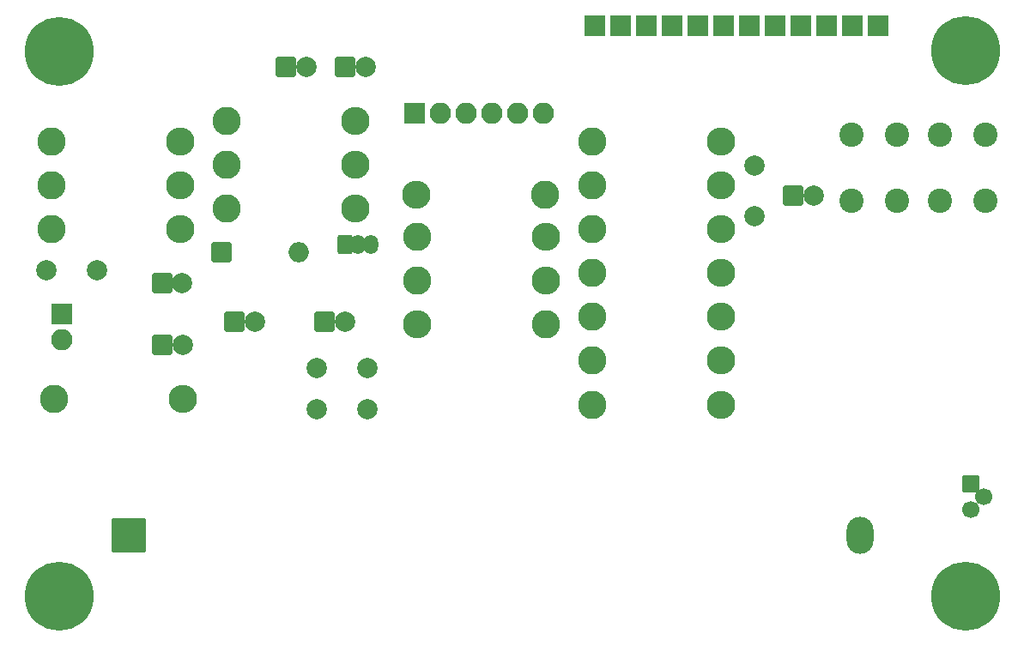
<source format=gbr>
G04 #@! TF.GenerationSoftware,KiCad,Pcbnew,7.0.9*
G04 #@! TF.CreationDate,2024-01-09T09:24:08+01:00*
G04 #@! TF.ProjectId,ltl,6c746c2e-6b69-4636-9164-5f7063625858,rev?*
G04 #@! TF.SameCoordinates,Original*
G04 #@! TF.FileFunction,Soldermask,Bot*
G04 #@! TF.FilePolarity,Negative*
%FSLAX46Y46*%
G04 Gerber Fmt 4.6, Leading zero omitted, Abs format (unit mm)*
G04 Created by KiCad (PCBNEW 7.0.9) date 2024-01-09 09:24:08*
%MOMM*%
%LPD*%
G01*
G04 APERTURE LIST*
G04 Aperture macros list*
%AMRoundRect*
0 Rectangle with rounded corners*
0 $1 Rounding radius*
0 $2 $3 $4 $5 $6 $7 $8 $9 X,Y pos of 4 corners*
0 Add a 4 corners polygon primitive as box body*
4,1,4,$2,$3,$4,$5,$6,$7,$8,$9,$2,$3,0*
0 Add four circle primitives for the rounded corners*
1,1,$1+$1,$2,$3*
1,1,$1+$1,$4,$5*
1,1,$1+$1,$6,$7*
1,1,$1+$1,$8,$9*
0 Add four rect primitives between the rounded corners*
20,1,$1+$1,$2,$3,$4,$5,0*
20,1,$1+$1,$4,$5,$6,$7,0*
20,1,$1+$1,$6,$7,$8,$9,0*
20,1,$1+$1,$8,$9,$2,$3,0*%
G04 Aperture macros list end*
%ADD10C,2.800000*%
%ADD11O,2.800000X2.800000*%
%ADD12RoundRect,0.200000X-0.650000X-0.650000X0.650000X-0.650000X0.650000X0.650000X-0.650000X0.650000X0*%
%ADD13C,1.700000*%
%ADD14C,2.400000*%
%ADD15RoundRect,0.200000X-1.500000X-1.500000X1.500000X-1.500000X1.500000X1.500000X-1.500000X1.500000X0*%
%ADD16O,2.662000X3.662000*%
%ADD17RoundRect,0.200000X-0.800000X-0.800000X0.800000X-0.800000X0.800000X0.800000X-0.800000X0.800000X0*%
%ADD18C,2.000000*%
%ADD19RoundRect,0.200000X-0.850000X-0.850000X0.850000X-0.850000X0.850000X0.850000X-0.850000X0.850000X0*%
%ADD20RoundRect,0.200000X-0.525000X-0.750000X0.525000X-0.750000X0.525000X0.750000X-0.525000X0.750000X0*%
%ADD21O,1.450000X1.900000*%
%ADD22O,2.000000X2.000000*%
%ADD23C,1.200000*%
%ADD24C,6.800000*%
%ADD25RoundRect,0.200000X0.850000X-0.850000X0.850000X0.850000X-0.850000X0.850000X-0.850000X-0.850000X0*%
%ADD26O,2.100000X2.100000*%
G04 APERTURE END LIST*
D10*
X133350000Y-107721400D03*
D11*
X146050000Y-107721400D03*
D10*
X133350000Y-103378000D03*
D11*
X146050000Y-103378000D03*
D10*
X133350000Y-81788000D03*
D11*
X146050000Y-81788000D03*
D10*
X133350000Y-86106000D03*
D11*
X146050000Y-86106000D03*
D10*
X133350000Y-94742000D03*
D11*
X146050000Y-94742000D03*
D12*
X170688000Y-115570000D03*
D13*
X171958000Y-116840000D03*
X170688000Y-118110000D03*
D14*
X158949000Y-87576800D03*
X158949000Y-81076800D03*
X163449000Y-87576800D03*
X163449000Y-81076800D03*
D15*
X87630000Y-120650000D03*
D16*
X159766000Y-120650000D03*
D14*
X172176000Y-81078000D03*
X172176000Y-87578000D03*
X167676000Y-81078000D03*
X167676000Y-87578000D03*
D10*
X133350000Y-90424000D03*
D11*
X146050000Y-90424000D03*
D17*
X153194000Y-87122000D03*
D18*
X155194000Y-87122000D03*
X106172000Y-104140000D03*
X111172000Y-104140000D03*
D19*
X136144000Y-70358000D03*
D10*
X80010000Y-86106000D03*
D11*
X92710000Y-86106000D03*
D19*
X151384000Y-70358000D03*
D10*
X97282000Y-84074000D03*
D11*
X109982000Y-84074000D03*
D20*
X108966000Y-91948000D03*
D21*
X110236000Y-91948000D03*
X111506000Y-91948000D03*
D17*
X96774000Y-92710000D03*
D22*
X104394000Y-92710000D03*
D19*
X161544000Y-70358000D03*
D10*
X80010000Y-90424000D03*
D11*
X92710000Y-90424000D03*
D23*
X78372000Y-72898000D03*
X79074944Y-71200944D03*
X79074944Y-74595056D03*
X80772000Y-70498000D03*
D24*
X80772000Y-72898000D03*
D23*
X80772000Y-75298000D03*
X82469056Y-71200944D03*
X82469056Y-74595056D03*
X83172000Y-72898000D03*
D19*
X143764000Y-70358000D03*
D17*
X103156000Y-74422000D03*
D18*
X105156000Y-74422000D03*
X149428200Y-84103200D03*
X149428200Y-89103200D03*
D25*
X115824000Y-78994000D03*
D26*
X118364000Y-78994000D03*
X120904000Y-78994000D03*
X123444000Y-78994000D03*
X125984000Y-78994000D03*
X128524000Y-78994000D03*
D17*
X98104900Y-99568000D03*
D18*
X100104900Y-99568000D03*
D10*
X128778000Y-99822000D03*
D11*
X116078000Y-99822000D03*
D10*
X97282000Y-88392000D03*
D11*
X109982000Y-88392000D03*
D19*
X141224000Y-70358000D03*
D17*
X106994900Y-99568000D03*
D18*
X108994900Y-99568000D03*
D19*
X159004000Y-70358000D03*
X156464000Y-70358000D03*
D10*
X116078000Y-91186000D03*
D11*
X128778000Y-91186000D03*
D10*
X133350000Y-99060000D03*
D11*
X146050000Y-99060000D03*
D17*
X90932000Y-95758000D03*
D18*
X92932000Y-95758000D03*
D10*
X97282000Y-79756000D03*
D11*
X109982000Y-79756000D03*
D10*
X128752600Y-86995000D03*
D11*
X116052600Y-86995000D03*
D18*
X79542000Y-94488000D03*
X84542000Y-94488000D03*
D19*
X138684000Y-70358000D03*
X146304000Y-70358000D03*
D23*
X78372000Y-126619000D03*
X79074944Y-124921944D03*
X79074944Y-128316056D03*
X80772000Y-124219000D03*
D24*
X80772000Y-126619000D03*
D23*
X80772000Y-129019000D03*
X82469056Y-124921944D03*
X82469056Y-128316056D03*
X83172000Y-126619000D03*
D17*
X108998000Y-74422000D03*
D18*
X110998000Y-74422000D03*
D10*
X80010000Y-81788000D03*
D11*
X92710000Y-81788000D03*
D18*
X111172000Y-108204000D03*
X106172000Y-108204000D03*
D10*
X116078000Y-95504000D03*
D11*
X128778000Y-95504000D03*
D19*
X133604000Y-70358000D03*
X153924000Y-70358000D03*
D23*
X167780000Y-72771000D03*
X168482944Y-71073944D03*
X168482944Y-74468056D03*
X170180000Y-70371000D03*
D24*
X170180000Y-72771000D03*
D23*
X170180000Y-75171000D03*
X171877056Y-71073944D03*
X171877056Y-74468056D03*
X172580000Y-72771000D03*
X167780000Y-126619000D03*
X168482944Y-124921944D03*
X168482944Y-128316056D03*
X170180000Y-124219000D03*
D24*
X170180000Y-126619000D03*
D23*
X170180000Y-129019000D03*
X171877056Y-124921944D03*
X171877056Y-128316056D03*
X172580000Y-126619000D03*
D19*
X81026000Y-98801000D03*
D26*
X81026000Y-101341000D03*
D17*
X90964000Y-101854000D03*
D18*
X92964000Y-101854000D03*
D10*
X80264000Y-107188000D03*
D11*
X92964000Y-107188000D03*
D19*
X148844000Y-70358000D03*
M02*

</source>
